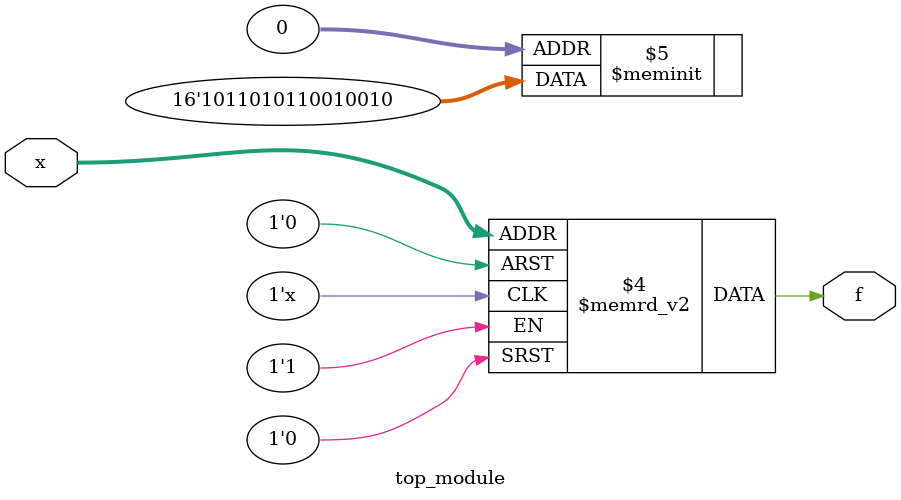
<source format=sv>
module top_module (
    input [4:1] x,
    output logic f
);
    always_comb begin
        case (x)
            4'b0001, 4'b0100, 4'b0111, 4'b1000, 4'b1010: f = 1'b1;
            4'b0000, 4'b0010, 4'b0011, 4'b0101, 4'b0110, 4'b1001, 4'b1011, 4'b1110: f = 1'b0;
            4'b1100, 4'b1101, 4'b1111: f = 1'b1;
            default: f = 1'b0; // Handle don’t-cares, default to 0
        endcase
    end
endmodule

</source>
